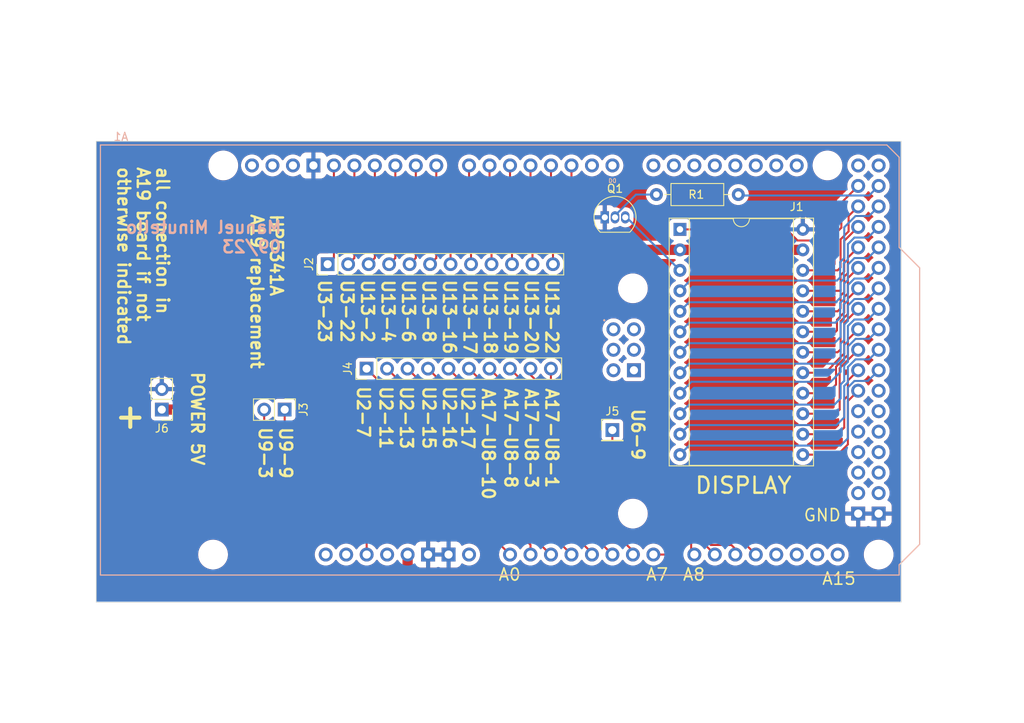
<source format=kicad_pcb>
(kicad_pcb (version 20221018) (generator pcbnew)
  (title_block (title "HP5341A A19 replacement") (date "2023-09-22") (rev "0.2"))
  (layers (0 "F.Cu" signal) (31 "B.Cu" signal) (34 "B.Paste" user) (35 "F.Paste" user) (36 "B.SilkS" user "B.Silkscreen") (37 "F.SilkS" user "F.Silkscreen") (38 "B.Mask" user) (39 "F.Mask" user) (44 "Edge.Cuts" user))
  (net 0 "")
  (net 2 "+5V")
  (net 19 "/DISP_STAR")
  (net 20 "/DISP_ADDR")
  (net 21 "/DISP_GRAB")
  (net 22 "/DISP_SUM_0")
  (net 23 "/DISP_COUNT_DOWN")
  (net 24 "/DISP_COUNT_0")
  (net 25 "/DISP_REMOTE")
  (net 26 "/DISP_GIGA")
  (net 27 "/DISP_RESET")
  (net 28 "/DISP_MEGA")
  (net 29 "/DISP_A")
  (net 30 "/DISP_KILO")
  (net 31 "/DISP_B")
  (net 32 "/DISP_RELEASE")
  (net 33 "/DISP_D")
  (net 34 "/DISP_LATCH_DP")
  (net 35 "/DISP_C")
  (net 36 "/DISP_COUNT_UP")
  (net 37 "/DISP_ADD")
  (net 38 "/DISP_OVEN")
  (net 39 "/DISP_GATE")
  (net 51 "GND")
  (net 61 "/N_BAND_SELECT")
  (net 62 "/A17_N_START_SR")
  (net 63 "/A18_SHIFT")
  (net 64 "/A10_N_LATCH_BAND")
  (net 65 "/A10_N_BAND_INC")
  (net 66 "/A10_N_BAND_ZERO")
  (net 67 "/A17_N_ARM")
  (net 68 "/A17_DIGIT_A")
  (net 69 "/A17_DIGIT_B")
  (net 70 "/A17_DIGIT_C")
  (net 71 "/A17_DIGIT_D")
  (net 72 "/A18_N_SELECT")
  (net 73 "/A5_FD")
  (net 74 "/EIGHTY")
  (net 75 "/RES_A")
  (net 76 "/RES_B")
  (net 77 "/MANUAL")
  (net 78 "/RES_C")
  (net 79 "/CHECK")
  (net 80 "/HOLD")
  (net 81 "/A5_N_LPD")
  (net 82 "/A5_N_HPD")
  (net 83 "/A17_N_SR_DONE")
  (net 84 "/A17_N_GATE")
  (net 85 "/N_RESET")
  (net 88 "Net-(J1-Pin_3)")
  (net 89 "Net-(Q1-G)")
  (footprint "Package_TO_SOT_THT:TO-92_Inline" (layer "F.Cu") (at 156.2862 87.4058)
    (fp_text reference "Q1")
    (fp_text value "2N7000")
  )
  (footprint "Connector_PinHeader_2.54mm:PinHeader_1x01_P2.54mm_Vertical" (layer "F.Cu") (at 157.226 113.792)
    (fp_text reference "J5")
    (fp_text value "Conn_01x01" hide)
  )
  (footprint "PCM_arduino-library:Arduino_Mega2560_R3_Shield" (layer "F.Cu") (at 93.735 131.771237)
    (fp_text reference "A1")
    (fp_text value "Arduino_Mega2560_R3_Shield")
  )
  (footprint "Connector_PinHeader_2.54mm:PinHeader_1x02_P2.54mm_Vertical" (layer "F.Cu") (at 116.586 111.252 -90)
    (fp_text reference "J3")
    (fp_text value "Conn_01x02" hide)
  )
  (footprint "Resistor_THT:R_Axial_DIN0207_L6.3mm_D2.5mm_P10.16mm_Horizontal" (layer "F.Cu") (at 172.847 84.582 180)
    (fp_text reference "R1")
    (fp_text value "560" hide)
  )
  (footprint "Connector_PinHeader_2.54mm:PinHeader_1x10_P2.54mm_Vertical" (layer "F.Cu") (at 126.746 106.172 90)
    (fp_text reference "J4")
    (fp_text value "Conn_01x10" hide)
  )
  (footprint "Connector_PinHeader_2.54mm:PinHeader_1x12_P2.54mm_Vertical" (layer "F.Cu") (at 121.92 93.218 90)
    (fp_text reference "J2")
    (fp_text value "Conn_01x12" hide)
  )
  (footprint "Package_DIP:DIP-24_W15.24mm_Socket" (layer "F.Cu") (at 165.608 88.9)
    (fp_text reference "J1")
    (fp_text value "DISPLAY")
  )
  (footprint "Connector_PinHeader_2.54mm:PinHeader_1x02_P2.54mm_Vertical" (layer "F.Cu") (at 101.346 111.252 180)
    (fp_text reference "J6")
    (fp_text value "Conn_01x02" hide)
  )
  (gr_rect (start 93.218 77.978) (end 193.04 135.128) (stroke (width 0.1)) (fill none) (layer "Edge.Cuts"))
  (gr_text "Manuel Minutello\n09/23" (at 116.332 91.948) (layer "B.SilkS") (effects (font (size 1.5 1.5) (thickness 0.3) bold) (justify left bottom mirror)))
  (gr_text "A15" (at 183.134 133.096) (layer "F.SilkS") (effects (font (size 1.5 1.5) (thickness 0.2) bold) (justify left bottom)))
  (gr_text "U2-17" (at 138.43 108.204 270) (layer "F.SilkS") (effects (font (size 1.5 1.5) (thickness 0.3) bold) (justify left bottom)))
  (gr_text "U13-20" (at 146.304 94.996 270) (layer "F.SilkS") (effects (font (size 1.5 1.5) (thickness 0.3) bold) (justify left bottom)))
  (gr_text "HP5341A\nA19 replacement" (at 112.268 86.868 270) (layer "F.SilkS") (effects (font (size 1.5 1.5) (thickness 0.3) bold) (justify left bottom)))
  (gr_text "U13-17" (at 138.684 94.996 270) (layer "F.SilkS") (effects (font (size 1.5 1.5) (thickness 0.3) bold) (justify left bottom)))
  (gr_text "A0" (at 143.002 132.588) (layer "F.SilkS") (effects (font (size 1.5 1.5) (thickness 0.2) bold) (justify left bottom)))
  (gr_text "U13-16" (at 136.144 94.996 270) (layer "F.SilkS") (effects (font (size 1.5 1.5) (thickness 0.3) bold) (justify left bottom)))
  (gr_text "A17-U8-8" (at 143.764 108.458 270) (layer "F.SilkS") (effects (font (size 1.5 1.5) (thickness 0.3) bold) (justify left bottom)))
  (gr_text "U2-16" (at 136.144 108.204 270) (layer "F.SilkS") (effects (font (size 1.5 1.5) (thickness 0.3) bold) (justify left bottom)))
  (gr_text "POWER 5V" (at 104.902 106.426 -90) (layer "F.SilkS") (effects (font (size 1.5 1.5) (thickness 0.3) bold) (justify left bottom)))
  (gr_text "U13-2" (at 125.984 94.996 270) (layer "F.SilkS") (effects (font (size 1.5 1.5) (thickness 0.3) bold) (justify left bottom)))
  (gr_text "A17-U8-10" (at 140.97 108.458 270) (layer "F.SilkS") (effects (font (size 1.5 1.5) (thickness 0.3) bold) (justify left bottom)))
  (gr_text "U3-22\n" (at 123.444 94.996 270) (layer "F.SilkS") (effects (font (size 1.5 1.5) (thickness 0.3) bold) (justify left bottom)))
  (gr_text "U9-3" (at 113.284 113.284 -90) (layer "F.SilkS") (effects (font (size 1.5 1.5) (thickness 0.3) bold) (justify left bottom)))
  (gr_text "A17-U8-1" (at 148.844 108.458 270) (layer "F.SilkS") (effects (font (size 1.5 1.5) (thickness 0.3) bold) (justify left bottom)))
  (gr_text "U13-22" (at 148.844 94.996 270) (layer "F.SilkS") (effects (font (size 1.5 1.5) (thickness 0.3) bold) (justify left bottom)))
  (gr_text "U3-23" (at 120.65 94.996 -90) (layer "F.SilkS") (effects (font (size 1.5 1.5) (thickness 0.3) bold) (justify left bottom)))
  (gr_text "U2-15\n" (at 133.604 108.204 270) (layer "F.SilkS") (effects (font (size 1.5 1.5) (thickness 0.3) bold) (justify left bottom)))
  (gr_text "U13-19" (at 143.764 94.996 270) (layer "F.SilkS") (effects (font (size 1.5 1.5) (thickness 0.3) bold) (justify left bottom)))
  (gr_text "U13-8" (at 133.604 94.996 270) (layer "F.SilkS") (effects (font (size 1.5 1.5) (thickness 0.3) bold) (justify left bottom)))
  (gr_text "U13-4" (at 128.524 94.996 270) (layer "F.SilkS") (effects (font (size 1.5 1.5) (thickness 0.3) bold) (justify left bottom)))
  (gr_text "GND" (at 180.848 125.222) (layer "F.SilkS") (effects (font (size 1.5 1.5) (thickness 0.2)) (justify left bottom)))
  (gr_text "U9-9" (at 115.824 113.284 270) (layer "F.SilkS") (effects (font (size 1.5 1.5) (thickness 0.3) bold) (justify left bottom)))
  (gr_text "U13-18" (at 141.224 94.996 270) (layer "F.SilkS") (effects (font (size 1.5 1.5) (thickness 0.3) bold) (justify left bottom)))
  (gr_text "A8" (at 165.862 132.588) (layer "F.SilkS") (effects (font (size 1.5 1.5) (thickness 0.2) bold) (justify left bottom)))
  (gr_text "U2-13\n" (at 130.81 108.204 270) (layer "F.SilkS") (effects (font (size 1.5 1.5) (thickness 0.3) bold) (justify left bottom)))
  (gr_text "U6-9" (at 159.512 110.998 270) (layer "F.SilkS") (effects (font (size 1.5 1.5) (thickness 0.3) bold) (justify left bottom)))
  (gr_text "A17-U8-3" (at 146.304 108.458 270) (layer "F.SilkS") (effects (font (size 1.5 1.5) (thickness 0.3) bold) (justify left bottom)))
  (gr_text "U13-6" (at 131.064 94.996 270) (layer "F.SilkS") (effects (font (size 1.5 1.5) (thickness 0.3) bold) (justify left bottom)))
  (gr_text "A7" (at 161.29 132.588) (layer "F.SilkS") (effects (font (size 1.5 1.5) (thickness 0.2) bold) (justify left bottom)))
  (gr_text "+\n" (at 95.25 113.792) (layer "F.SilkS") (effects (font (size 3 3) (thickness 0.5) bold) (justify left bottom)))
  (gr_text "U2-7" (at 125.476 108.204 270) (layer "F.SilkS") (effects (font (size 1.5 1.5) (thickness 0.3) bold) (justify left bottom)))
  (gr_text "all conection in \nA19 board if not \notherwise indicated" (at 95.758 81.026 270) (layer "F.SilkS") (effects (font (size 1.5 1.5) (thickness 0.3) bold) (justify left bottom)))
  (gr_text "U2-11" (at 128.27 108.204 270) (layer "F.SilkS") (effects (font (size 1.5 1.5) (thickness 0.3) bold) (justify left bottom)))
  (segment (start 165.608 91.44) (end 156.464 91.44) (width 1.27) (layer "F.Cu") (net 2))
  (segment (start 105.41 111.252) (end 101.346 111.252) (width 1.27) (layer "F.Cu") (net 2))
  (segment (start 165.608 91.44) (end 180.848 91.44) (width 1.27) (layer "F.Cu") (net 2))
  (segment (start 130.81 133.35) (end 119.38 133.35) (width 1.27) (layer "F.Cu") (net 2))
  (segment (start 131.835 129.231237) (end 131.835 132.325) (width 1.27) (layer "F.Cu") (net 2))
  (segment (start 131.835 132.325) (end 130.81 133.35) (width 1.27) (layer "F.Cu") (net 2))
  (segment (start 114.808 101.854) (end 105.41 111.252) (width 1.27) (layer "F.Cu") (net 2))
  (segment (start 117.602 123.444) (end 105.41 111.252) (width 1.27) (layer "F.Cu") (net 2))
  (segment (start 156.464 91.44) (end 146.05 101.854) (width 1.27) (layer "F.Cu") (net 2))
  (segment (start 117.602 131.572) (end 117.602 123.444) (width 1.27) (layer "F.Cu") (net 2))
  (segment (start 146.05 101.854) (end 114.808 101.854) (width 1.27) (layer "F.Cu") (net 2))
  (segment (start 119.38 133.35) (end 117.602 131.572) (width 1.27) (layer "F.Cu") (net 2))
  (segment (start 185.6264 88.6936) (end 185.6264 85.599837) (width 0.25) (layer "F.Cu") (net 19))
  (segment (start 185.6264 85.599837) (end 187.715 83.511237) (width 0.25) (layer "F.Cu") (net 19))
  (segment (start 178.816 88.9) (end 180.195 90.279) (width 0.25) (layer "F.Cu") (net 19))
  (segment (start 165.608 88.9) (end 178.816 88.9) (width 0.25) (layer "F.Cu") (net 19))
  (segment (start 180.195 90.279) (end 184.041 90.279) (width 0.25) (layer "F.Cu") (net 19))
  (segment (start 184.041 90.279) (end 185.6264 88.6936) (width 0.25) (layer "F.Cu") (net 19))
  (segment (start 172.964837 84.699837) (end 172.847 84.582) (width 0.25) (layer "B.Cu") (net 20))
  (segment (start 189.0664 84.699837) (end 172.964837 84.699837) (width 0.25) (layer "B.Cu") (net 20))
  (segment (start 190.255 83.511237) (end 189.0664 84.699837) (width 0.25) (layer "B.Cu") (net 20))
  (segment (start 185.536 90.133841) (end 186.5264 89.143441) (width 0.25) (layer "F.Cu") (net 21))
  (segment (start 186.5264 89.143441) (end 186.5264 87.239837) (width 0.25) (layer "F.Cu") (net 21))
  (segment (start 180.848 93.98) (end 185.166 93.98) (width 0.25) (layer "F.Cu") (net 21))
  (segment (start 185.166 93.98) (end 185.536 93.61) (width 0.25) (layer "F.Cu") (net 21))
  (segment (start 185.536 93.61) (end 185.536 90.133841) (width 0.25) (layer "F.Cu") (net 21))
  (segment (start 186.5264 87.239837) (end 187.715 86.051237) (width 0.25) (layer "F.Cu") (net 21))
  (segment (start 166.733 115.715) (end 185.529 115.715) (width 0.25) (layer "B.Cu") (net 22))
  (segment (start 165.608 116.84) (end 166.733 115.715) (width 0.25) (layer "B.Cu") (net 22))
  (segment (start 186.436 114.808) (end 186.436 108.509302) (width 0.25) (layer "B.Cu") (net 22))
  (segment (start 188.930237 107.696) (end 190.255 106.371237) (width 0.25) (layer "B.Cu") (net 22))
  (segment (start 186.436 108.509302) (end 187.249302 107.696) (width 0.25) (layer "B.Cu") (net 22))
  (segment (start 185.529 115.715) (end 186.436 114.808) (width 0.25) (layer "B.Cu") (net 22))
  (segment (start 187.249302 107.696) (end 188.930237 107.696) (width 0.25) (layer "B.Cu") (net 22))
  (segment (start 185.42 96.52) (end 185.536 96.404) (width 0.25) (layer "F.Cu") (net 23))
  (segment (start 185.536 94.577445) (end 185.986 94.127445) (width 0.25) (layer "F.Cu") (net 23))
  (segment (start 185.536 96.404) (end 185.536 94.577445) (width 0.25) (layer "F.Cu") (net 23))
  (segment (start 180.848 96.52) (end 185.42 96.52) (width 0.25) (layer "F.Cu") (net 23))
  (segment (start 185.986 90.320237) (end 187.715 88.591237) (width 0.25) (layer "F.Cu") (net 23))
  (segment (start 185.986 94.127445) (end 185.986 90.320237) (width 0.25) (layer "F.Cu") (net 23))
  (segment (start 189.0664 105.019837) (end 190.255 103.831237) (width 0.25) (layer "B.Cu") (net 24))
  (segment (start 186.436 107.872906) (end 186.436 105.969302) (width 0.25) (layer "B.Cu") (net 24))
  (segment (start 186.436 105.969302) (end 187.385465 105.019837) (width 0.25) (layer "B.Cu") (net 24))
  (segment (start 185.986 112.21) (end 185.986 108.322906) (width 0.25) (layer "B.Cu") (net 24))
  (segment (start 185.986 108.322906) (end 186.436 107.872906) (width 0.25) (layer "B.Cu") (net 24))
  (segment (start 185.021 113.175) (end 185.986 112.21) (width 0.25) (layer "B.Cu") (net 24))
  (segment (start 166.733 113.175) (end 185.021 113.175) (width 0.25) (layer "B.Cu") (net 24))
  (segment (start 187.385465 105.019837) (end 189.0664 105.019837) (width 0.25) (layer "B.Cu") (net 24))
  (segment (start 165.608 114.3) (end 166.733 113.175) (width 0.25) (layer "B.Cu") (net 24))
  (segment (start 185.536 97.117445) (end 185.986 96.667445) (width 0.25) (layer "F.Cu") (net 25))
  (segment (start 186.436 92.410237) (end 187.715 91.131237) (width 0.25) (layer "F.Cu") (net 25))
  (segment (start 185.986 96.667445) (end 185.986 94.763841) (width 0.25) (layer "F.Cu") (net 25))
  (segment (start 185.166 99.06) (end 185.536 98.69) (width 0.25) (layer "F.Cu") (net 25))
  (segment (start 186.436 94.313841) (end 186.436 92.410237) (width 0.25) (layer "F.Cu") (net 25))
  (segment (start 185.986 94.763841) (end 186.436 94.313841) (width 0.25) (layer "F.Cu") (net 25))
  (segment (start 180.848 99.06) (end 185.166 99.06) (width 0.25) (layer "F.Cu") (net 25))
  (segment (start 185.536 98.69) (end 185.536 97.117445) (width 0.25) (layer "F.Cu") (net 25))
  (segment (start 189.0664 102.479837) (end 190.255 101.291237) (width 0.25) (layer "B.Cu") (net 26))
  (segment (start 166.733 110.635) (end 184.767 110.635) (width 0.25) (layer "B.Cu") (net 26))
  (segment (start 185.536 109.866) (end 185.536 108.13651) (width 0.25) (layer "B.Cu") (net 26))
  (segment (start 184.767 110.635) (end 185.536 109.866) (width 0.25) (layer "B.Cu") (net 26))
  (segment (start 185.536 108.13651) (end 185.986 107.68651) (width 0.25) (layer "B.Cu") (net 26))
  (segment (start 165.608 111.76) (end 166.733 110.635) (width 0.25) (layer "B.Cu") (net 26))
  (segment (start 185.986 107.68651) (end 185.986 105.782906) (width 0.25) (layer "B.Cu") (net 26))
  (segment (start 187.385465 102.479837) (end 189.0664 102.479837) (width 0.25) (layer "B.Cu") (net 26))
  (segment (start 186.436 105.332906) (end 186.436 103.429302) (width 0.25) (layer "B.Cu") (net 26))
  (segment (start 186.436 103.429302) (end 187.385465 102.479837) (width 0.25) (layer "B.Cu") (net 26))
  (segment (start 185.986 105.782906) (end 186.436 105.332906) (width 0.25) (layer "B.Cu") (net 26))
  (segment (start 185.086 101.426) (end 185.086 100.107445) (width 0.25) (layer "F.Cu") (net 27))
  (segment (start 184.912 101.6) (end 185.086 101.426) (width 0.25) (layer "F.Cu") (net 27))
  (segment (start 185.986 97.303841) (end 186.436 96.853841) (width 0.25) (layer "F.Cu") (net 27))
  (segment (start 180.848 101.6) (end 184.912 101.6) (width 0.25) (layer "F.Cu") (net 27))
  (segment (start 185.986 99.207445) (end 185.986 97.303841) (width 0.25) (layer "F.Cu") (net 27))
  (segment (start 186.436 96.853841) (end 186.436 94.950237) (width 0.25) (layer "F.Cu") (net 27))
  (segment (start 186.436 94.950237) (end 187.715 93.671237) (width 0.25) (layer "F.Cu") (net 27))
  (segment (start 185.086 100.107445) (end 185.986 99.207445) (width 0.25) (layer "F.Cu") (net 27))
  (segment (start 185.536 106.564) (end 185.536 105.59651) (width 0.25) (layer "B.Cu") (net 28))
  (segment (start 187.249302 100.076) (end 188.930237 100.076) (width 0.25) (layer "B.Cu") (net 28))
  (segment (start 167.023 107.805) (end 184.295 107.805) (width 0.25) (layer "B.Cu") (net 28))
  (segment (start 186.436 100.889302) (end 187.249302 100.076) (width 0.25) (layer "B.Cu") (net 28))
  (segment (start 165.608 109.22) (end 167.023 107.805) (width 0.25) (layer "B.Cu") (net 28))
  (segment (start 184.295 107.805) (end 185.536 106.564) (width 0.25) (layer "B.Cu") (net 28))
  (segment (start 188.930237 100.076) (end 190.255 98.751237) (width 0.25) (layer "B.Cu") (net 28))
  (segment (start 185.986 103.242906) (end 186.436 102.792906) (width 0.25) (layer "B.Cu") (net 28))
  (segment (start 185.536 105.59651) (end 185.986 105.14651) (width 0.25) (layer "B.Cu") (net 28))
  (segment (start 185.986 105.14651) (end 185.986 103.242906) (width 0.25) (layer "B.Cu") (net 28))
  (segment (start 186.436 102.792906) (end 186.436 100.889302) (width 0.25) (layer "B.Cu") (net 28))
  (segment (start 186.436 97.490237) (end 187.715 96.211237) (width 0.25) (layer "F.Cu") (net 29))
  (segment (start 185.536 100.293841) (end 186.436 99.393841) (width 0.25) (layer "F.Cu") (net 29))
  (segment (start 180.848 104.14) (end 185.166 104.14) (width 0.25) (layer "F.Cu") (net 29))
  (segment (start 186.436 99.393841) (end 186.436 97.490237) (width 0.25) (layer "F.Cu") (net 29))
  (segment (start 185.536 103.77) (end 185.536 100.293841) (width 0.25) (layer "F.Cu") (net 29))
  (segment (start 185.166 104.14) (end 185.536 103.77) (width 0.25) (layer "F.Cu") (net 29))
  (segment (start 185.986 102.60651) (end 185.986 100.702906) (width 0.25) (layer "B.Cu") (net 30))
  (segment (start 185.086 105.410114) (end 185.536 104.960114) (width 0.25) (layer "B.Cu") (net 30))
  (segment (start 186.436 98.349302) (end 187.249302 97.536) (width 0.25) (layer "B.Cu") (net 30))
  (segment (start 187.249302 97.536) (end 188.930237 97.536) (width 0.25) (layer "B.Cu") (net 30))
  (segment (start 186.436 100.252906) (end 186.436 98.349302) (width 0.25) (layer "B.Cu") (net 30))
  (segment (start 185.536 104.960114) (end 185.536 103.05651) (width 0.25) (layer "B.Cu") (net 30))
  (segment (start 166.733 105.555) (end 185.021 105.555) (width 0.25) (layer "B.Cu") (net 30))
  (segment (start 188.930237 97.536) (end 190.255 96.211237) (width 0.25) (layer "B.Cu") (net 30))
  (segment (start 185.986 100.702906) (end 186.436 100.252906) (width 0.25) (layer "B.Cu") (net 30))
  (segment (start 165.608 106.68) (end 166.733 105.555) (width 0.25) (layer "B.Cu") (net 30))
  (segment (start 185.021 105.555) (end 185.086 105.49) (width 0.25) (layer "B.Cu") (net 30))
  (segment (start 185.536 103.05651) (end 185.986 102.60651) (width 0.25) (layer "B.Cu") (net 30))
  (segment (start 185.086 105.49) (end 185.086 105.410114) (width 0.25) (layer "B.Cu") (net 30))
  (segment (start 185.986 100.480237) (end 187.715 98.751237) (width 0.25) (layer "F.Cu") (net 31))
  (segment (start 185.986 104.287445) (end 185.986 100.480237) (width 0.25) (layer "F.Cu") (net 31))
  (segment (start 184.52 105.802) (end 184.52 105.753445) (width 0.25) (layer "F.Cu") (net 31))
  (segment (start 183.642 106.68) (end 184.52 105.802) (width 0.25) (layer "F.Cu") (net 31))
  (segment (start 180.848 106.68) (end 183.642 106.68) (width 0.25) (layer "F.Cu") (net 31))
  (segment (start 184.52 105.753445) (end 185.986 104.287445) (width 0.25) (layer "F.Cu") (net 31))
  (segment (start 185.928 98.220906) (end 186.436 97.712906) (width 0.25) (layer "B.Cu") (net 32))
  (segment (start 185.928 100.12451) (end 185.928 98.220906) (width 0.25) (layer "B.Cu") (net 32))
  (segment (start 186.436 97.712906) (end 186.436 95.809302) (width 0.25) (layer "B.Cu") (net 32))
  (segment (start 166.733 103.015) (end 184.767 103.015) (width 0.25) (layer "B.Cu") (net 32))
  (segment (start 187.249302 94.996) (end 188.930237 94.996) (width 0.25) (layer "B.Cu") (net 32))
  (segment (start 184.767 103.015) (end 185.536 102.246) (width 0.25) (layer "B.Cu") (net 32))
  (segment (start 186.436 95.809302) (end 187.249302 94.996) (width 0.25) (layer "B.Cu") (net 32))
  (segment (start 188.930237 94.996) (end 190.255 93.671237) (width 0.25) (layer "B.Cu") (net 32))
  (segment (start 165.608 104.14) (end 166.733 103.015) (width 0.25) (layer "B.Cu") (net 32))
  (segment (start 185.536 102.246) (end 185.536 100.51651) (width 0.25) (layer "B.Cu") (net 32))
  (segment (start 185.536 100.51651) (end 185.928 100.12451) (width 0.25) (layer "B.Cu") (net 32))
  (segment (start 184.97 105.939841) (end 186.436 104.473841) (width 0.25) (layer "F.Cu") (net 33))
  (segment (start 180.848 109.22) (end 183.896 109.22) (width 0.25) (layer "F.Cu") (net 33))
  (segment (start 183.896 109.22) (end 184.97 108.146) (width 0.25) (layer "F.Cu") (net 33))
  (segment (start 186.436 104.473841) (end 186.436 102.570237) (width 0.25) (layer "F.Cu") (net 33))
  (segment (start 186.436 102.570237) (end 187.715 101.291237) (width 0.25) (layer "F.Cu") (net 33))
  (segment (start 184.97 108.146) (end 184.97 105.939841) (width 0.25) (layer "F.Cu") (net 33))
  (segment (start 184.892604 100.475) (end 185.478 99.889604) (width 0.25) (layer "B.Cu") (net 34))
  (segment (start 166.733 100.475) (end 184.892604 100.475) (width 0.25) (layer "B.Cu") (net 34))
  (segment (start 185.986 95.622906) (end 186.436 95.172906) (width 0.25) (layer "B.Cu") (net 34))
  (segment (start 185.986 97.52651) (end 185.986 95.622906) (width 0.25) (layer "B.Cu") (net 34))
  (segment (start 186.436 93.269302) (end 187.249302 92.456) (width 0.25) (layer "B.Cu") (net 34))
  (segment (start 185.478 98.03451) (end 185.986 97.52651) (width 0.25) (layer "B.Cu") (net 34))
  (segment (start 187.249302 92.456) (end 188.930237 92.456) (width 0.25) (layer "B.Cu") (net 34))
  (segment (start 188.930237 92.456) (end 190.255 91.131237) (width 0.25) (layer "B.Cu") (net 34))
  (segment (start 185.478 99.889604) (end 185.478 98.03451) (width 0.25) (layer "B.Cu") (net 34))
  (segment (start 186.436 95.172906) (end 186.436 93.269302) (width 0.25) (layer "B.Cu") (net 34))
  (segment (start 165.608 101.6) (end 166.733 100.475) (width 0.25) (layer "B.Cu") (net 34))
  (segment (start 185.42 106.126237) (end 187.715 103.831237) (width 0.25) (layer "F.Cu") (net 35))
  (segment (start 185.42 111.252) (end 185.42 106.126237) (width 0.25) (layer "F.Cu") (net 35))
  (segment (start 180.848 111.76) (end 184.912 111.76) (width 0.25) (layer "F.Cu") (net 35))
  (segment (start 184.912 111.76) (end 185.42 111.252) (width 0.25) (layer "F.Cu") (net 35))
  (segment (start 185.928 93.140906) (end 186.436 92.632906) (width 0.25) (layer "B.Cu") (net 36))
  (segment (start 166.733 97.935) (end 185.021 97.935) (width 0.25) (layer "B.Cu") (net 36))
  (segment (start 188.930237 89.916) (end 190.255 88.591237) (width 0.25) (layer "B.Cu") (net 36))
  (segment (start 185.028 97.928) (end 185.028 97.848114) (width 0.25) (layer "B.Cu") (net 36))
  (segment (start 187.249302 89.916) (end 188.930237 89.916) (width 0.25) (layer "B.Cu") (net 36))
  (segment (start 186.436 90.729302) (end 187.249302 89.916) (width 0.25) (layer "B.Cu") (net 36))
  (segment (start 185.928 95.04451) (end 185.928 93.140906) (width 0.25) (layer "B.Cu") (net 36))
  (segment (start 185.028 97.848114) (end 185.536 97.340114) (width 0.25) (layer "B.Cu") (net 36))
  (segment (start 186.436 92.632906) (end 186.436 90.729302) (width 0.25) (layer "B.Cu") (net 36))
  (segment (start 185.536 95.43651) (end 185.928 95.04451) (width 0.25) (layer "B.Cu") (net 36))
  (segment (start 185.536 97.340114) (end 185.536 95.43651) (width 0.25) (layer "B.Cu") (net 36))
  (segment (start 165.608 99.06) (end 166.733 97.935) (width 0.25) (layer "B.Cu") (net 36))
  (segment (start 185.021 97.935) (end 185.028 97.928) (width 0.25) (layer "B.Cu") (net 36))
  (segment (start 185.986 110.003841) (end 186.436 109.553841) (width 0.25) (layer "F.Cu") (net 37))
  (segment (start 185.166 114.3) (end 185.986 113.48) (width 0.25) (layer "F.Cu") (net 37))
  (segment (start 186.436 107.650237) (end 187.715 106.371237) (width 0.25) (layer "F.Cu") (net 37))
  (segment (start 186.436 109.553841) (end 186.436 107.650237) (width 0.25) (layer "F.Cu") (net 37))
  (segment (start 180.848 114.3) (end 185.166 114.3) (width 0.25) (layer "F.Cu") (net 37))
  (segment (start 185.986 113.48) (end 185.986 110.003841) (width 0.25) (layer "F.Cu") (net 37))
  (segment (start 187.385465 87.239837) (end 189.0664 87.239837) (width 0.25) (layer "B.Cu") (net 38))
  (segment (start 165.608 96.52) (end 166.878 95.25) (width 0.25) (layer "B.Cu") (net 38))
  (segment (start 185.986 92.44651) (end 185.986 88.639302) (width 0.25) (layer "B.Cu") (net 38))
  (segment (start 185.478 92.95451) (end 185.986 92.44651) (width 0.25) (layer "B.Cu") (net 38))
  (segment (start 189.0664 87.239837) (end 190.255 86.051237) (width 0.25) (layer "B.Cu") (net 38))
  (segment (start 185.478 94.858114) (end 185.478 92.95451) (width 0.25) (layer "B.Cu") (net 38))
  (segment (start 185.986 88.639302) (end 187.385465 87.239837) (width 0.25) (layer "B.Cu") (net 38))
  (segment (start 185.086114 95.25) (end 185.478 94.858114) (width 0.25) (layer "B.Cu") (net 38))
  (segment (start 166.878 95.25) (end 185.086114 95.25) (width 0.25) (layer "B.Cu") (net 38))
  (segment (start 186.436 115.57) (end 186.436 110.190237) (width 0.25) (layer "F.Cu") (net 39))
  (segment (start 186.436 110.190237) (end 187.715 108.911237) (width 0.25) (layer "F.Cu") (net 39))
  (segment (start 180.848 116.84) (end 185.166 116.84) (width 0.25) (layer "F.Cu") (net 39))
  (segment (start 185.166 116.84) (end 186.436 115.57) (width 0.25) (layer "F.Cu") (net 39))
  (segment (start 141.287763 125.984) (end 144.535 129.231237) (width 0.25) (layer "F.Cu") (net 61))
  (segment (start 116.586 111.252) (end 116.586 115.57) (width 0.25) (layer "F.Cu") (net 61))
  (segment (start 127 125.984) (end 141.287763 125.984) (width 0.25) (layer "F.Cu") (net 61))
  (segment (start 116.586 115.57) (end 127 125.984) (width 0.25) (layer "F.Cu") (net 61))
  (segment (start 126.746 106.172) (end 131.732 111.158) (width 0.25) (layer "F.Cu") (net 62))
  (segment (start 131.732 111.158) (end 144.178 111.158) (width 0.25) (layer "F.Cu") (net 62))
  (segment (start 145.114555 126.064555) (end 147.075 128.025) (width 0.25) (layer "F.Cu") (net 62))
  (segment (start 147.075 128.025) (end 147.075 129.231237) (width 0.25) (layer "F.Cu") (net 62))
  (segment (start 145.114555 112.094555) (end 145.114555 126.064555) (width 0.25) (layer "F.Cu") (net 62))
  (segment (start 144.178 111.158) (end 145.114555 112.094555) (width 0.25) (layer "F.Cu") (net 62))
  (segment (start 133.822 110.708) (end 144.49 110.708) (width 0.25) (layer "F.Cu") (net 63))
  (segment (start 149.551237 129.231237) (end 149.615 129.231237) (width 0.25) (layer "F.Cu") (net 63))
  (segment (start 145.564555 125.244555) (end 149.551237 129.231237) (width 0.25) (layer "F.Cu") (net 63))
  (segment (start 145.564555 111.782555) (end 145.564555 125.244555) (width 0.25) (layer "F.Cu") (net 63))
  (segment (start 144.49 110.708) (end 145.564555 111.782555) (width 0.25) (layer "F.Cu") (net 63))
  (segment (start 129.286 106.172) (end 133.822 110.708) (width 0.25) (layer "F.Cu") (net 63))
  (segment (start 146.014555 124.678555) (end 148.59 127.254) (width 0.25) (layer "F.Cu") (net 64))
  (segment (start 145.056 110.258) (end 146.014555 111.216555) (width 0.25) (layer "F.Cu") (net 64))
  (segment (start 150.177763 127.254) (end 152.155 129.231237) (width 0.25) (layer "F.Cu") (net 64))
  (segment (start 148.59 127.254) (end 150.177763 127.254) (width 0.25) (layer "F.Cu") (net 64))
  (segment (start 131.826 106.172) (end 135.912 110.258) (width 0.25) (layer "F.Cu") (net 64))
  (segment (start 146.014555 111.216555) (end 146.014555 124.678555) (width 0.25) (layer "F.Cu") (net 64))
  (segment (start 135.912 110.258) (end 145.056 110.258) (width 0.25) (layer "F.Cu") (net 64))
  (segment (start 146.464555 124.112555) (end 149.156 126.804) (width 0.25) (layer "F.Cu") (net 65))
  (segment (start 138.002 109.808) (end 145.368 109.808) (width 0.25) (layer "F.Cu") (net 65))
  (segment (start 145.368 109.808) (end 146.464555 110.904555) (width 0.25) (layer "F.Cu") (net 65))
  (segment (start 154.695 129.041) (end 154.695 129.231237) (width 0.25) (layer "F.Cu") (net 65))
  (segment (start 134.366 106.172) (end 138.002 109.808) (width 0.25) (layer "F.Cu") (net 65))
  (segment (start 146.464555 110.904555) (end 146.464555 124.112555) (width 0.25) (layer "F.Cu") (net 65))
  (segment (start 149.156 126.804) (end 152.458 126.804) (width 0.25) (layer "F.Cu") (net 65))
  (segment (start 152.458 126.804) (end 154.695 129.041) (width 0.25) (layer "F.Cu") (net 65))
  (segment (start 154.357763 126.354) (end 157.235 129.231237) (width 0.25) (layer "F.Cu") (net 66))
  (segment (start 136.906 106.172) (end 140.092 109.358) (width 0.25) (layer "F.Cu") (net 66))
  (segment (start 146.914555 123.546555) (end 149.722 126.354) (width 0.25) (layer "F.Cu") (net 66))
  (segment (start 149.722 126.354) (end 154.357763 126.354) (width 0.25) (layer "F.Cu") (net 66))
  (segment (start 157.171237 129.231237) (end 157.235 129.231237) (width 0.25) (layer "F.Cu") (net 66))
  (segment (start 145.68 109.358) (end 146.914555 110.592555) (width 0.25) (layer "F.Cu") (net 66))
  (segment (start 146.914555 110.592555) (end 146.914555 123.546555) (width 0.25) (layer "F.Cu") (net 66))
  (segment (start 140.092 109.358) (end 145.68 109.358) (width 0.25) (layer "F.Cu") (net 66))
  (segment (start 159.775 128.787) (end 159.775 129.231237) (width 0.25) (layer "F.Cu") (net 67))
  (segment (start 156.464 127.762) (end 158.75 127.762) (width 0.25) (layer "F.Cu") (net 67))
  (segment (start 158.75 127.762) (end 159.775 128.787) (width 0.25) (layer "F.Cu") (net 67))
  (segment (start 147.364555 122.472555) (end 150.622 125.73) (width 0.25) (layer "F.Cu") (net 67))
  (segment (start 147.364555 110.283347) (end 147.364555 122.472555) (width 0.25) (layer "F.Cu") (net 67))
  (segment (start 145.989208 108.908) (end 147.364555 110.283347) (width 0.25) (layer "F.Cu") (net 67))
  (segment (start 154.432 125.73) (end 156.464 127.762) (width 0.25) (layer "F.Cu") (net 67))
  (segment (start 139.446 106.172) (end 142.182 108.908) (width 0.25) (layer "F.Cu") (net 67))
  (segment (start 142.182 108.908) (end 145.989208 108.908) (width 0.25) (layer "F.Cu") (net 67))
  (segment (start 150.622 125.73) (end 154.432 125.73) (width 0.25) (layer "F.Cu") (net 67))
  (segment (start 146.175604 108.458) (end 147.814555 110.096951) (width 0.25) (layer "F.Cu") (net 68))
  (segment (start 147.814555 110.096951) (end 147.814555 116.634396) (width 0.25) (layer "F.Cu") (net 68))
  (segment (start 150.306159 119.126) (end 162.049208 119.126) (width 0.25) (layer "F.Cu") (net 68))
  (segment (start 165.154763 129.231237) (end 162.315 129.231237) (width 0.25) (layer "F.Cu") (net 68))
  (segment (start 141.986 106.172) (end 144.272 108.458) (width 0.25) (layer "F.Cu") (net 68))
  (segment (start 144.272 108.458) (end 146.175604 108.458) (width 0.25) (layer "F.Cu") (net 68))
  (segment (start 147.814555 116.634396) (end 150.306159 119.126) (width 0.25) (layer "F.Cu") (net 68))
  (segment (start 166.549763 123.626555) (end 166.549763 127.836237) (width 0.25) (layer "F.Cu") (net 68))
  (segment (start 166.549763 127.836237) (end 165.154763 129.231237) (width 0.25) (layer "F.Cu") (net 68))
  (segment (start 162.049208 119.126) (end 166.549763 123.626555) (width 0.25) (layer "F.Cu") (net 68))
  (segment (start 148.264555 109.910555) (end 148.264555 116.448) (width 0.25) (layer "F.Cu") (net 69))
  (segment (start 166.999763 123.314555) (end 166.999763 128.836) (width 0.25) (layer "F.Cu") (net 69))
  (segment (start 144.526 106.172) (end 148.264555 109.910555) (width 0.25) (layer "F.Cu") (net 69))
  (segment (start 166.999763 128.836) (end 167.395 129.231237) (width 0.25) (layer "F.Cu") (net 69))
  (segment (start 148.264555 116.448) (end 150.434555 118.618) (width 0.25) (layer "F.Cu") (net 69))
  (segment (start 162.303208 118.618) (end 166.999763 123.314555) (width 0.25) (layer "F.Cu") (net 69))
  (segment (start 150.434555 118.618) (end 162.303208 118.618) (width 0.25) (layer "F.Cu") (net 69))
  (segment (start 147.066 106.934) (end 149.098 108.966) (width 0.25) (layer "F.Cu") (net 70))
  (segment (start 149.098 108.966) (end 149.098 116.586) (width 0.25) (layer "F.Cu") (net 70))
  (segment (start 149.098 116.586) (end 150.68 118.168) (width 0.25) (layer "F.Cu") (net 70))
  (segment (start 167.449763 123.128159) (end 167.449763 126.746) (width 0.25) (layer "F.Cu") (net 70))
  (segment (start 147.066 106.172) (end 147.066 106.934) (width 0.25) (layer "F.Cu") (net 70))
  (segment (start 162.489604 118.168) (end 167.449763 123.128159) (width 0.25) (layer "F.Cu") (net 70))
  (segment (start 150.68 118.168) (end 162.489604 118.168) (width 0.25) (layer "F.Cu") (net 70))
  (segment (start 167.449763 126.746) (end 169.935 129.231237) (width 0.25) (layer "F.Cu") (net 70))
  (segment (start 171.984637 128.042637) (end 172.475 128.533) (width 0.25) (layer "F.Cu") (net 71))
  (segment (start 167.899763 126.497763) (end 169.444637 128.042637) (width 0.25) (layer "F.Cu") (net 71))
  (segment (start 150.876 117.602) (end 162.56 117.602) (width 0.25) (layer "F.Cu") (net 71))
  (segment (start 149.606 106.172) (end 149.606 116.332) (width 0.25) (layer "F.Cu") (net 71))
  (segment (start 149.606 116.332) (end 150.876 117.602) (width 0.25) (layer "F.Cu") (net 71))
  (segment (start 172.475 128.533) (end 172.475 129.231237) (width 0.25) (layer "F.Cu") (net 71))
  (segment (start 169.444637 128.042637) (end 171.984637 128.042637) (width 0.25) (layer "F.Cu") (net 71))
  (segment (start 167.899763 122.941763) (end 167.899763 126.497763) (width 0.25) (layer "F.Cu") (net 71))
  (segment (start 162.56 117.602) (end 167.899763 122.941763) (width 0.25) (layer "F.Cu") (net 71))
  (segment (start 173.037763 127.254) (end 175.015 129.231237) (width 0.25) (layer "F.Cu") (net 72))
  (segment (start 169.418 127.254) (end 173.037763 127.254) (width 0.25) (layer "F.Cu") (net 72))
  (segment (start 168.349763 126.185763) (end 169.418 127.254) (width 0.25) (layer "F.Cu") (net 72))
  (segment (start 157.226 113.792) (end 157.226 116.078) (width 0.25) (layer "F.Cu") (net 72))
  (segment (start 158.242 117.094) (end 162.688396 117.094) (width 0.25) (layer "F.Cu") (net 72))
  (segment (start 157.226 116.078) (end 158.242 117.094) (width 0.25) (layer "F.Cu") (net 72))
  (segment (start 162.688396 117.094) (end 168.349763 122.755367) (width 0.25) (layer "F.Cu") (net 72))
  (segment (start 168.349763 122.755367) (end 168.349763 126.185763) (width 0.25) (layer "F.Cu") (net 72))
  (segment (start 152.155 85.843) (end 149.86 88.138) (width 0.25) (layer "F.Cu") (net 73))
  (segment (start 149.86 88.138) (end 149.86 93.218) (width 0.25) (layer "F.Cu") (net 73))
  (segment (start 152.155 80.971237) (end 152.155 85.843) (width 0.25) (layer "F.Cu") (net 73))
  (segment (start 147.32 88.138) (end 147.32 93.218) (width 0.25) (layer "F.Cu") (net 74))
  (segment (start 149.615 85.843) (end 147.32 88.138) (width 0.25) (layer "F.Cu") (net 74))
  (segment (start 149.615 80.971237) (end 149.615 85.843) (width 0.25) (layer "F.Cu") (net 74))
  (segment (start 144.78 87.884) (end 144.78 93.218) (width 0.25) (layer "F.Cu") (net 75))
  (segment (start 147.075 80.971237) (end 147.075 85.589) (width 0.25) (layer "F.Cu") (net 75))
  (segment (start 147.075 85.589) (end 144.78 87.884) (width 0.25) (layer "F.Cu") (net 75))
  (segment (start 144.535 80.971237) (end 144.535 85.335) (width 0.25) (layer "F.Cu") (net 76))
  (segment (start 144.535 85.335) (end 142.24 87.63) (width 0.25) (layer "F.Cu") (net 76))
  (segment (start 142.24 87.63) (end 142.24 93.218) (width 0.25) (layer "F.Cu") (net 76))
  (segment (start 139.7 87.63) (end 139.7 93.218) (width 0.25) (layer "F.Cu") (net 77))
  (segment (start 141.995 80.971237) (end 141.995 85.335) (width 0.25) (layer "F.Cu") (net 77))
  (segment (start 141.995 85.335) (end 139.7 87.63) (width 0.25) (layer "F.Cu") (net 77))
  (segment (start 139.455 85.081) (end 137.16 87.376) (width 0.25) (layer "F.Cu") (net 78))
  (segment (start 139.455 80.971237) (end 139.455 85.081) (width 0.25) (layer "F.Cu") (net 78))
  (segment (start 137.16 87.376) (end 137.16 93.218) (width 0.25) (layer "F.Cu") (net 78))
  (segment (start 135.391 80.971237) (end 135.391 92.447) (width 0.25) (layer "F.Cu") (net 79))
  (segment (start 135.391 92.447) (end 134.62 93.218) (width 0.25) (layer "F.Cu") (net 79))
  (segment (start 132.851 92.447) (end 132.08 93.218) (width 0.25) (layer "F.Cu") (net 80))
  (segment (start 132.851 80.971237) (end 132.851 92.447) (width 0.25) (layer "F.Cu") (net 80))
  (segment (start 130.311 80.971237) (end 130.311 92.447) (width 0.25) (layer "F.Cu") (net 81))
  (segment (start 130.311 92.447) (end 129.54 93.218) (width 0.25) (layer "F.Cu") (net 81))
  (segment (start 127.771 92.447) (end 127 93.218) (width 0.25) (layer "F.Cu") (net 82))
  (segment (start 127.771 80.971237) (end 127.771 92.447) (width 0.25) (layer "F.Cu") (net 82))
  (segment (start 125.231 92.447) (end 124.46 93.218) (width 0.25) (layer "F.Cu") (net 83))
  (segment (start 125.231 80.971237) (end 125.231 92.447) (width 0.25) (layer "F.Cu") (net 83))
  (segment (start 122.691 80.971237) (end 122.691 92.447) (width 0.25) (layer "F.Cu") (net 84))
  (segment (start 122.691 92.447) (end 121.92 93.218) (width 0.25) (layer "F.Cu") (net 84))
  (segment (start 114.046 114.3) (end 126.755 127.009) (width 0.25) (layer "F.Cu") (net 85))
  (segment (start 114.046 111.252) (end 114.046 114.3) (width 0.25) (layer "F.Cu") (net 85))
  (segment (start 126.755 127.009) (end 126.755 129.231237) (width 0.25) (layer "F.Cu") (net 85))
  (segment (start 158.8262 87.4058) (end 158.983 87.4058) (width 0.25) (layer "B.Cu") (net 88))
  (segment (start 158.983 87.4058) (end 162.7378 91.1606) (width 0.25) (layer "B.Cu") (net 88))
  (segment (start 162.7378 91.1606) (end 162.7886 91.1606) (width 0.25) (layer "B.Cu") (net 88))
  (segment (start 162.7886 91.1606) (end 165.608 93.98) (width 0.25) (layer "B.Cu") (net 88))
  (segment (start 160.155 84.582) (end 157.5562 87.1808) (width 0.25) (layer "B.Cu") (net 89))
  (segment (start 162.687 84.582) (end 160.155 84.582) (width 0.25) (layer "B.Cu") (net 89))
  (segment (start 157.5562 87.1808) (end 157.5562 87.4058) (width 0.25) (layer "B.Cu") (net 89))
  (zone (net 51) (net_name "GND") (layers "F&B.Cu") (name "ground pad") (priority 1) (connect_pads (clearance 0.5)) (min_thickness 0.25) (fill yes (thermal_gap 0.762) (thermal_bridge_width 0.5) (island_removal_mode 1) (island_area_min 10))
    (polygon (pts (xy 81.534 60.452) (xy 208.28 60.706) (xy 207.518 150.114) (xy 81.28 149.606)))
  )
)
</source>
